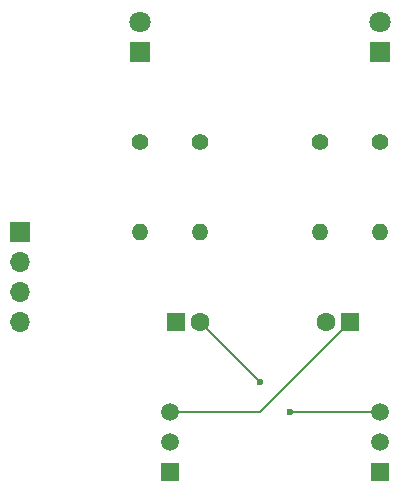
<source format=gbr>
%TF.GenerationSoftware,KiCad,Pcbnew,8.0.6*%
%TF.CreationDate,2024-11-22T14:42:32+09:00*%
%TF.ProjectId,traning,7472616e-696e-4672-9e6b-696361645f70,rev?*%
%TF.SameCoordinates,Original*%
%TF.FileFunction,Copper,L2,Bot*%
%TF.FilePolarity,Positive*%
%FSLAX46Y46*%
G04 Gerber Fmt 4.6, Leading zero omitted, Abs format (unit mm)*
G04 Created by KiCad (PCBNEW 8.0.6) date 2024-11-22 14:42:32*
%MOMM*%
%LPD*%
G01*
G04 APERTURE LIST*
%TA.AperFunction,ComponentPad*%
%ADD10O,1.400000X1.400000*%
%TD*%
%TA.AperFunction,ComponentPad*%
%ADD11C,1.400000*%
%TD*%
%TA.AperFunction,ComponentPad*%
%ADD12R,1.500000X1.500000*%
%TD*%
%TA.AperFunction,ComponentPad*%
%ADD13C,1.500000*%
%TD*%
%TA.AperFunction,ComponentPad*%
%ADD14O,1.700000X1.700000*%
%TD*%
%TA.AperFunction,ComponentPad*%
%ADD15R,1.700000X1.700000*%
%TD*%
%TA.AperFunction,ComponentPad*%
%ADD16C,1.800000*%
%TD*%
%TA.AperFunction,ComponentPad*%
%ADD17R,1.800000X1.800000*%
%TD*%
%TA.AperFunction,ComponentPad*%
%ADD18R,1.600000X1.600000*%
%TD*%
%TA.AperFunction,ComponentPad*%
%ADD19C,1.600000*%
%TD*%
%TA.AperFunction,ViaPad*%
%ADD20C,0.600000*%
%TD*%
%TA.AperFunction,Conductor*%
%ADD21C,0.200000*%
%TD*%
G04 APERTURE END LIST*
D10*
%TO.P,R4,2*%
%TO.N,Net-(Q2-C)*%
X149860000Y-78740000D03*
D11*
%TO.P,R4,1*%
%TO.N,Net-(D2-K)*%
X149860000Y-71120000D03*
%TD*%
D10*
%TO.P,R3,2*%
%TO.N,Net-(Q1-B)*%
X144780000Y-78740000D03*
D11*
%TO.P,R3,1*%
%TO.N,+5V*%
X144780000Y-71120000D03*
%TD*%
D10*
%TO.P,R2,2*%
%TO.N,Net-(Q2-B)*%
X134620000Y-78740000D03*
D11*
%TO.P,R2,1*%
%TO.N,+5V*%
X134620000Y-71120000D03*
%TD*%
D10*
%TO.P,R1,2*%
%TO.N,Net-(Q1-C)*%
X129540000Y-78740000D03*
D11*
%TO.P,R1,1*%
%TO.N,Net-(D1-K)*%
X129540000Y-71120000D03*
%TD*%
D12*
%TO.P,Q2,1,E*%
%TO.N,GND*%
X149860000Y-99060000D03*
D13*
%TO.P,Q2,2,C*%
%TO.N,Net-(Q2-C)*%
X149860000Y-96520000D03*
%TO.P,Q2,3,B*%
%TO.N,Net-(Q2-B)*%
X149860000Y-93980000D03*
%TD*%
%TO.P,Q1,3,B*%
%TO.N,Net-(Q1-B)*%
X132080000Y-93980000D03*
%TO.P,Q1,2,C*%
%TO.N,Net-(Q1-C)*%
X132080000Y-96520000D03*
D12*
%TO.P,Q1,1,E*%
%TO.N,GND*%
X132080000Y-99060000D03*
%TD*%
D14*
%TO.P,J1,4,Pin_4*%
%TO.N,GND*%
X119380000Y-86360000D03*
%TO.P,J1,3,Pin_3*%
X119380000Y-83820000D03*
%TO.P,J1,2,Pin_2*%
%TO.N,+5V*%
X119380000Y-81280000D03*
D15*
%TO.P,J1,1,Pin_1*%
X119380000Y-78740000D03*
%TD*%
D16*
%TO.P,D2,2,A*%
%TO.N,+5V*%
X149860000Y-60960000D03*
D17*
%TO.P,D2,1,K*%
%TO.N,Net-(D2-K)*%
X149860000Y-63500000D03*
%TD*%
%TO.P,D1,1,K*%
%TO.N,Net-(D1-K)*%
X129540000Y-63500000D03*
D16*
%TO.P,D1,2,A*%
%TO.N,+5V*%
X129540000Y-60960000D03*
%TD*%
D18*
%TO.P,C2,1*%
%TO.N,Net-(Q1-B)*%
X147320000Y-86360000D03*
D19*
%TO.P,C2,2*%
%TO.N,Net-(Q2-C)*%
X145320000Y-86360000D03*
%TD*%
D18*
%TO.P,C1,1*%
%TO.N,Net-(Q1-C)*%
X132620000Y-86360000D03*
D19*
%TO.P,C1,2*%
%TO.N,Net-(Q2-B)*%
X134620000Y-86360000D03*
%TD*%
D20*
%TO.N,Net-(Q2-B)*%
X142240000Y-93980000D03*
X139700000Y-91440000D03*
%TD*%
D21*
%TO.N,Net-(Q2-B)*%
X134620000Y-86360000D02*
X139700000Y-91440000D01*
X149860000Y-93980000D02*
X142240000Y-93980000D01*
%TO.N,Net-(Q1-B)*%
X139700000Y-93980000D02*
X147320000Y-86360000D01*
X132080000Y-93980000D02*
X139700000Y-93980000D01*
%TD*%
M02*

</source>
